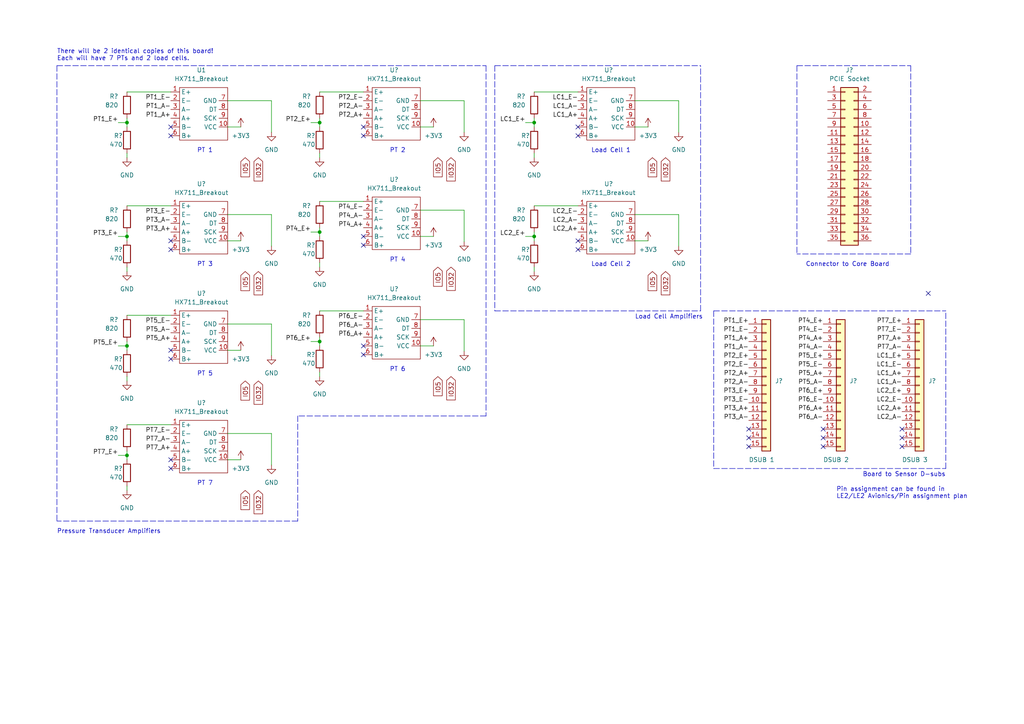
<source format=kicad_sch>
(kicad_sch (version 20211123) (generator eeschema)
  (paper "A4")
  (lib_symbols
    (symbol "Connector_Generic:Conn_01x15" (pin_names (offset 1.016) hide)
      (property "Reference" "J" (at 0 20.32 0))
      (property "Value" "Conn_01x15" (at 0 -20.32 0))
      (symbol "Conn_01x15_1_1"
        (rectangle (start -1.27 -17.653) (end 0 -17.907) (stroke (width 0.1524)))
        (rectangle (start -1.27 -15.113) (end 0 -15.367) (stroke (width 0.1524)))
        (rectangle (start -1.27 -12.573) (end 0 -12.827) (stroke (width 0.1524)))
        (rectangle (start -1.27 -10.033) (end 0 -10.287) (stroke (width 0.1524)))
        (rectangle (start -1.27 -7.493) (end 0 -7.747) (stroke (width 0.1524)))
        (rectangle (start -1.27 -4.953) (end 0 -5.207) (stroke (width 0.1524)))
        (rectangle (start -1.27 -2.413) (end 0 -2.667) (stroke (width 0.1524)))
        (rectangle (start -1.27 0.127) (end 0 -0.127) (stroke (width 0.1524)))
        (rectangle (start -1.27 2.667) (end 0 2.413) (stroke (width 0.1524)))
        (rectangle (start -1.27 5.207) (end 0 4.953) (stroke (width 0.1524)))
        (rectangle (start -1.27 7.747) (end 0 7.493) (stroke (width 0.1524)))
        (rectangle (start -1.27 10.287) (end 0 10.033) (stroke (width 0.1524)))
        (rectangle (start -1.27 12.827) (end 0 12.573) (stroke (width 0.1524)))
        (rectangle (start -1.27 15.367) (end 0 15.113) (stroke (width 0.1524)))
        (rectangle (start -1.27 17.907) (end 0 17.653) (stroke (width 0.1524)))
        (rectangle (start -1.27 19.05) (end 1.27 -19.05) (stroke (width 0.254)) (fill (type background)))
        (pin passive line (at -5.08 17.78 0) (length 3.81) (name "Pin_1") (number "1"))
        (pin passive line (at -5.08 -5.08 0) (length 3.81) (name "Pin_10") (number "10"))
        (pin passive line (at -5.08 -7.62 0) (length 3.81) (name "Pin_11") (number "11"))
        (pin passive line (at -5.08 -10.16 0) (length 3.81) (name "Pin_12") (number "12"))
        (pin passive line (at -5.08 -12.7 0) (length 3.81) (name "Pin_13") (number "13"))
        (pin passive line (at -5.08 -15.24 0) (length 3.81) (name "Pin_14") (number "14"))
        (pin passive line (at -5.08 -17.78 0) (length 3.81) (name "Pin_15") (number "15"))
        (pin passive line (at -5.08 15.24 0) (length 3.81) (name "Pin_2") (number "2"))
        (pin passive line (at -5.08 12.7 0) (length 3.81) (name "Pin_3") (number "3"))
        (pin passive line (at -5.08 10.16 0) (length 3.81) (name "Pin_4") (number "4"))
        (pin passive line (at -5.08 7.62 0) (length 3.81) (name "Pin_5") (number "5"))
        (pin passive line (at -5.08 5.08 0) (length 3.81) (name "Pin_6") (number "6"))
        (pin passive line (at -5.08 2.54 0) (length 3.81) (name "Pin_7") (number "7"))
        (pin passive line (at -5.08 0 0) (length 3.81) (name "Pin_8") (number "8"))
        (pin passive line (at -5.08 -2.54 0) (length 3.81) (name "Pin_9") (number "9"))
      )
    )
    (symbol "Connector_Generic:Conn_02x18_Odd_Even" (pin_names (offset 1.016) hide)
      (property "Reference" "J" (at 1.27 22.86 0))
      (property "Value" "Conn_02x18_Odd_Even" (at 1.27 -25.4 0))
      (symbol "Conn_02x18_Odd_Even_1_1"
        (rectangle (start -1.27 -22.733) (end 0 -22.987) (stroke (width 0.1524)))
        (rectangle (start -1.27 -20.193) (end 0 -20.447) (stroke (width 0.1524)))
        (rectangle (start -1.27 -17.653) (end 0 -17.907) (stroke (width 0.1524)))
        (rectangle (start -1.27 -15.113) (end 0 -15.367) (stroke (width 0.1524)))
        (rectangle (start -1.27 -12.573) (end 0 -12.827) (stroke (width 0.1524)))
        (rectangle (start -1.27 -10.033) (end 0 -10.287) (stroke (width 0.1524)))
        (rectangle (start -1.27 -7.493) (end 0 -7.747) (stroke (width 0.1524)))
        (rectangle (start -1.27 -4.953) (end 0 -5.207) (stroke (width 0.1524)))
        (rectangle (start -1.27 -2.413) (end 0 -2.667) (stroke (width 0.1524)))
        (rectangle (start -1.27 0.127) (end 0 -0.127) (stroke (width 0.1524)))
        (rectangle (start -1.27 2.667) (end 0 2.413) (stroke (width 0.1524)))
        (rectangle (start -1.27 5.207) (end 0 4.953) (stroke (width 0.1524)))
        (rectangle (start -1.27 7.747) (end 0 7.493) (stroke (width 0.1524)))
        (rectangle (start -1.27 10.287) (end 0 10.033) (stroke (width 0.1524)))
        (rectangle (start -1.27 12.827) (end 0 12.573) (stroke (width 0.1524)))
        (rectangle (start -1.27 15.367) (end 0 15.113) (stroke (width 0.1524)))
        (rectangle (start -1.27 17.907) (end 0 17.653) (stroke (width 0.1524)))
        (rectangle (start -1.27 20.447) (end 0 20.193) (stroke (width 0.1524)))
        (rectangle (start -1.27 21.59) (end 3.81 -24.13) (stroke (width 0.254)) (fill (type background)))
        (rectangle (start 3.81 -22.733) (end 2.54 -22.987) (stroke (width 0.1524)))
        (rectangle (start 3.81 -20.193) (end 2.54 -20.447) (stroke (width 0.1524)))
        (rectangle (start 3.81 -17.653) (end 2.54 -17.907) (stroke (width 0.1524)))
        (rectangle (start 3.81 -15.113) (end 2.54 -15.367) (stroke (width 0.1524)))
        (rectangle (start 3.81 -12.573) (end 2.54 -12.827) (stroke (width 0.1524)))
        (rectangle (start 3.81 -10.033) (end 2.54 -10.287) (stroke (width 0.1524)))
        (rectangle (start 3.81 -7.493) (end 2.54 -7.747) (stroke (width 0.1524)))
        (rectangle (start 3.81 -4.953) (end 2.54 -5.207) (stroke (width 0.1524)))
        (rectangle (start 3.81 -2.413) (end 2.54 -2.667) (stroke (width 0.1524)))
        (rectangle (start 3.81 0.127) (end 2.54 -0.127) (stroke (width 0.1524)))
        (rectangle (start 3.81 2.667) (end 2.54 2.413) (stroke (width 0.1524)))
        (rectangle (start 3.81 5.207) (end 2.54 4.953) (stroke (width 0.1524)))
        (rectangle (start 3.81 7.747) (end 2.54 7.493) (stroke (width 0.1524)))
        (rectangle (start 3.81 10.287) (end 2.54 10.033) (stroke (width 0.1524)))
        (rectangle (start 3.81 12.827) (end 2.54 12.573) (stroke (width 0.1524)))
        (rectangle (start 3.81 15.367) (end 2.54 15.113) (stroke (width 0.1524)))
        (rectangle (start 3.81 17.907) (end 2.54 17.653) (stroke (width 0.1524)))
        (rectangle (start 3.81 20.447) (end 2.54 20.193) (stroke (width 0.1524)))
        (pin passive line (at -5.08 20.32 0) (length 3.81) (name "Pin_1") (number "1"))
        (pin passive line (at 7.62 10.16 180) (length 3.81) (name "Pin_10") (number "10"))
        (pin passive line (at -5.08 7.62 0) (length 3.81) (name "Pin_11") (number "11"))
        (pin passive line (at 7.62 7.62 180) (length 3.81) (name "Pin_12") (number "12"))
        (pin passive line (at -5.08 5.08 0) (length 3.81) (name "Pin_13") (number "13"))
        (pin passive line (at 7.62 5.08 180) (length 3.81) (name "Pin_14") (number "14"))
        (pin passive line (at -5.08 2.54 0) (length 3.81) (name "Pin_15") (number "15"))
        (pin passive line (at 7.62 2.54 180) (length 3.81) (name "Pin_16") (number "16"))
        (pin passive line (at -5.08 0 0) (length 3.81) (name "Pin_17") (number "17"))
        (pin passive line (at 7.62 0 180) (length 3.81) (name "Pin_18") (number "18"))
        (pin passive line (at -5.08 -2.54 0) (length 3.81) (name "Pin_19") (number "19"))
        (pin passive line (at 7.62 20.32 180) (length 3.81) (name "Pin_2") (number "2"))
        (pin passive line (at 7.62 -2.54 180) (length 3.81) (name "Pin_20") (number "20"))
        (pin passive line (at -5.08 -5.08 0) (length 3.81) (name "Pin_21") (number "21"))
        (pin passive line (at 7.62 -5.08 180) (length 3.81) (name "Pin_22") (number "22"))
        (pin passive line (at -5.08 -7.62 0) (length 3.81) (name "Pin_23") (number "23"))
        (pin passive line (at 7.62 -7.62 180) (length 3.81) (name "Pin_24") (number "24"))
        (pin passive line (at -5.08 -10.16 0) (length 3.81) (name "Pin_25") (number "25"))
        (pin passive line (at 7.62 -10.16 180) (length 3.81) (name "Pin_26") (number "26"))
        (pin passive line (at -5.08 -12.7 0) (length 3.81) (name "Pin_27") (number "27"))
        (pin passive line (at 7.62 -12.7 180) (length 3.81) (name "Pin_28") (number "28"))
        (pin passive line (at -5.08 -15.24 0) (length 3.81) (name "Pin_29") (number "29"))
        (pin passive line (at -5.08 17.78 0) (length 3.81) (name "Pin_3") (number "3"))
        (pin passive line (at 7.62 -15.24 180) (length 3.81) (name "Pin_30") (number "30"))
        (pin passive line (at -5.08 -17.78 0) (length 3.81) (name "Pin_31") (number "31"))
        (pin passive line (at 7.62 -17.78 180) (length 3.81) (name "Pin_32") (number "32"))
        (pin passive line (at -5.08 -20.32 0) (length 3.81) (name "Pin_33") (number "33"))
        (pin passive line (at 7.62 -20.32 180) (length 3.81) (name "Pin_34") (number "34"))
        (pin passive line (at -5.08 -22.86 0) (length 3.81) (name "Pin_35") (number "35"))
        (pin passive line (at 7.62 -22.86 180) (length 3.81) (name "Pin_36") (number "36"))
        (pin passive line (at 7.62 17.78 180) (length 3.81) (name "Pin_4") (number "4"))
        (pin passive line (at -5.08 15.24 0) (length 3.81) (name "Pin_5") (number "5"))
        (pin passive line (at 7.62 15.24 180) (length 3.81) (name "Pin_6") (number "6"))
        (pin passive line (at -5.08 12.7 0) (length 3.81) (name "Pin_7") (number "7"))
        (pin passive line (at 7.62 12.7 180) (length 3.81) (name "Pin_8") (number "8"))
        (pin passive line (at -5.08 10.16 0) (length 3.81) (name "Pin_9") (number "9"))
      )
    )
    (symbol "Device:R" (pin_numbers hide) (pin_names (offset 0))
      (property "Reference" "R" (at 2.032 0 90))
      (property "Value" "R" (at 0 0 90))
      (symbol "R_0_1"
        (rectangle (start -1.016 -2.54) (end 1.016 2.54) (stroke (width 0.254)))
      )
      (symbol "R_1_1"
        (pin passive line (at 0 3.81 270) (length 1.27) (name "~") (number "1"))
        (pin passive line (at 0 -3.81 90) (length 1.27) (name "~") (number "2"))
      )
    )
    (symbol "HX711_Breakout_1"
      (property "Reference" "U" (at -1.27 -5.08 0))
      (property "Value" "HX711_Breakout_1" (at -1.27 -7.62 0))
      (symbol "HX711_Breakout_1_0_1"
        (rectangle (start -8.89 11.43) (end 5.08 -3.81))
      )
      (symbol "HX711_Breakout_1_1_1"
        (pin output line (at -11.43 10.16 0) (length 2.54) (name "E+") (number "1"))
        (pin input line (at 5.08 0 180) (length 2.54) (name "VCC") (number "10"))
        (pin output line (at -11.43 7.62 0) (length 2.54) (name "E-") (number "2"))
        (pin output line (at -11.43 5.08 0) (length 2.54) (name "A-") (number "3"))
        (pin output line (at -11.43 2.54 0) (length 2.54) (name "A+") (number "4"))
        (pin output line (at -11.43 0 0) (length 2.54) (name "B-") (number "5"))
        (pin output line (at -11.43 -2.54 0) (length 2.54) (name "B+") (number "6"))
        (pin input line (at 5.08 7.62 180) (length 2.54) (name "GND") (number "7"))
        (pin input line (at 5.08 5.08 180) (length 2.54) (name "DT") (number "8"))
        (pin input line (at 5.08 2.54 180) (length 2.54) (name "SCK") (number "9"))
      )
    )
    (symbol "power:+3.3V" (power) (pin_names (offset 0))
      (property "Value" "+3.3V" (at 0 3.556 0))
      (symbol "+3.3V_0_1"
        (polyline (pts (xy -0.762 1.27) (xy 0 2.54)))
        (polyline (pts (xy 0 0) (xy 0 2.54)))
        (polyline (pts (xy 0 2.54) (xy 0.762 1.27)))
      )
      (symbol "+3.3V_1_1"
        (pin power_in line (at 0 0 90) (length 0) hide (name "+3V3") (number "1"))
      )
    )
    (symbol "power:GND" (power) (pin_names (offset 0))
      (property "Value" "GND" (at 0 -3.81 0))
      (symbol "GND_0_1"
        (polyline (pts (xy 0 0) (xy 0 -1.27) (xy 1.27 -1.27) (xy 0 -2.54) (xy -1.27 -1.27) (xy 0 -1.27)))
      )
      (symbol "GND_1_1"
        (pin power_in line (at 0 0 270) (length 0) hide (name "GND") (number "1"))
      )
    )
  )
  (junction (at 36.83 35.56))
  (junction (at 154.94 68.58))
  (junction (at 92.71 99.06))
  (junction (at 36.83 100.33))
  (junction (at 36.83 132.08))
  (junction (at 36.83 68.58))
  (junction (at 92.71 67.31))
  (junction (at 92.71 35.56))
  (junction (at 154.94 35.56))
  (no_connect (at 269.24 85.09))
  (no_connect (at 217.17 127))
  (no_connect (at 238.76 129.54))
  (no_connect (at 261.62 129.54))
  (no_connect (at 238.76 124.46))
  (no_connect (at 238.76 127))
  (no_connect (at 261.62 124.46))
  (no_connect (at 261.62 127))
  (no_connect (at 217.17 124.46))
  (no_connect (at 217.17 129.54))
  (no_connect (at 105.41 36.83))
  (no_connect (at 105.41 39.37))
  (no_connect (at 49.53 101.6))
  (no_connect (at 49.53 72.39))
  (no_connect (at 49.53 104.14))
  (no_connect (at 49.53 36.83))
  (no_connect (at 105.41 71.12))
  (no_connect (at 105.41 68.58))
  (no_connect (at 167.64 72.39))
  (no_connect (at 49.53 39.37))
  (no_connect (at 49.53 135.89))
  (no_connect (at 167.64 39.37))
  (no_connect (at 167.64 69.85))
  (no_connect (at 49.53 133.35))
  (no_connect (at 105.41 100.33))
  (no_connect (at 105.41 102.87))
  (no_connect (at 167.64 36.83))
  (no_connect (at 49.53 69.85))
  (wire (pts (xy 36.83 132.08) (xy 36.83 133.35)))
  (polyline (pts (xy 207.01 90.17) (xy 274.32 90.17)))
  (wire (pts (xy 49.53 91.44) (xy 36.83 91.44)))
  (wire (pts (xy 66.04 62.23) (xy 78.74 62.23)))
  (polyline (pts (xy 203.2 90.17) (xy 203.2 19.05)))
  (polyline (pts (xy 140.97 120.65) (xy 86.36 120.65)))
  (wire (pts (xy 152.4 68.58) (xy 154.94 68.58)))
  (wire (pts (xy 49.53 123.19) (xy 36.83 123.19)))
  (wire (pts (xy 196.85 29.21) (xy 196.85 38.354)))
  (wire (pts (xy 184.15 69.85) (xy 187.96 69.85)))
  (polyline (pts (xy 16.51 19.05) (xy 140.97 19.05)))
  (wire (pts (xy 196.85 62.23) (xy 196.85 71.374)))
  (polyline (pts (xy 274.32 135.89) (xy 274.32 90.17)))
  (wire (pts (xy 92.71 99.06) (xy 92.71 100.33)))
  (wire (pts (xy 121.92 60.96) (xy 134.62 60.96)))
  (polyline (pts (xy 86.36 151.13) (xy 16.51 151.13)))
  (wire (pts (xy 134.62 92.71) (xy 134.62 101.854)))
  (polyline (pts (xy 231.14 19.05) (xy 264.16 19.05)))
  (wire (pts (xy 78.74 93.98) (xy 78.74 103.124)))
  (wire (pts (xy 92.71 34.29) (xy 92.71 35.56)))
  (wire (pts (xy 36.83 34.29) (xy 36.83 35.56)))
  (wire (pts (xy 154.94 34.29) (xy 154.94 35.56)))
  (wire (pts (xy 121.92 92.71) (xy 134.62 92.71)))
  (wire (pts (xy 154.94 77.47) (xy 154.94 78.74)))
  (wire (pts (xy 121.92 100.33) (xy 125.73 100.33)))
  (wire (pts (xy 184.15 36.83) (xy 187.96 36.83)))
  (polyline (pts (xy 143.51 19.05) (xy 143.51 90.17)))
  (wire (pts (xy 134.62 29.21) (xy 134.62 38.354)))
  (wire (pts (xy 105.41 58.42) (xy 92.71 58.42)))
  (wire (pts (xy 121.92 36.83) (xy 125.73 36.83)))
  (wire (pts (xy 34.29 100.33) (xy 36.83 100.33)))
  (polyline (pts (xy 264.16 73.66) (xy 231.14 73.66)))
  (wire (pts (xy 90.17 99.06) (xy 92.71 99.06)))
  (wire (pts (xy 92.71 67.31) (xy 92.71 68.58)))
  (wire (pts (xy 36.83 100.33) (xy 36.83 101.6)))
  (polyline (pts (xy 264.16 19.05) (xy 264.16 73.66)))
  (wire (pts (xy 92.71 44.45) (xy 92.71 45.72)))
  (wire (pts (xy 36.83 130.81) (xy 36.83 132.08)))
  (wire (pts (xy 36.83 77.47) (xy 36.83 78.74)))
  (wire (pts (xy 154.94 35.56) (xy 154.94 36.83)))
  (wire (pts (xy 66.04 69.85) (xy 69.85 69.85)))
  (wire (pts (xy 49.53 26.67) (xy 36.83 26.67)))
  (polyline (pts (xy 86.36 120.65) (xy 86.36 151.13)))
  (wire (pts (xy 66.04 133.35) (xy 69.85 133.35)))
  (wire (pts (xy 66.04 125.73) (xy 78.74 125.73)))
  (wire (pts (xy 36.83 109.22) (xy 36.83 110.49)))
  (wire (pts (xy 36.83 68.58) (xy 36.83 69.85)))
  (wire (pts (xy 49.53 59.69) (xy 36.83 59.69)))
  (wire (pts (xy 34.29 132.08) (xy 36.83 132.08)))
  (wire (pts (xy 105.41 90.17) (xy 92.71 90.17)))
  (polyline (pts (xy 207.01 90.17) (xy 207.01 135.89)))
  (wire (pts (xy 167.64 59.69) (xy 154.94 59.69)))
  (wire (pts (xy 92.71 107.95) (xy 92.71 109.22)))
  (wire (pts (xy 154.94 44.45) (xy 154.94 45.72)))
  (wire (pts (xy 66.04 101.6) (xy 69.85 101.6)))
  (wire (pts (xy 78.74 29.21) (xy 78.74 38.354)))
  (polyline (pts (xy 143.51 19.05) (xy 203.2 19.05)))
  (wire (pts (xy 36.83 44.45) (xy 36.83 45.72)))
  (wire (pts (xy 66.04 93.98) (xy 78.74 93.98)))
  (polyline (pts (xy 16.51 19.05) (xy 16.51 151.13)))
  (wire (pts (xy 36.83 67.31) (xy 36.83 68.58)))
  (wire (pts (xy 90.17 67.31) (xy 92.71 67.31)))
  (wire (pts (xy 184.15 29.21) (xy 196.85 29.21)))
  (wire (pts (xy 78.74 62.23) (xy 78.74 71.374)))
  (wire (pts (xy 36.83 99.06) (xy 36.83 100.33)))
  (wire (pts (xy 92.71 97.79) (xy 92.71 99.06)))
  (wire (pts (xy 34.29 68.58) (xy 36.83 68.58)))
  (wire (pts (xy 121.92 29.21) (xy 134.62 29.21)))
  (wire (pts (xy 152.4 35.56) (xy 154.94 35.56)))
  (wire (pts (xy 167.64 26.67) (xy 154.94 26.67)))
  (wire (pts (xy 36.83 140.97) (xy 36.83 142.24)))
  (wire (pts (xy 34.29 35.56) (xy 36.83 35.56)))
  (wire (pts (xy 184.15 62.23) (xy 196.85 62.23)))
  (wire (pts (xy 66.04 36.83) (xy 69.85 36.83)))
  (polyline (pts (xy 207.01 135.89) (xy 274.32 135.89)))
  (polyline (pts (xy 143.51 90.17) (xy 203.2 90.17)))
  (wire (pts (xy 36.83 35.56) (xy 36.83 36.83)))
  (wire (pts (xy 78.74 125.73) (xy 78.74 134.874)))
  (wire (pts (xy 92.71 66.04) (xy 92.71 67.31)))
  (wire (pts (xy 134.62 60.96) (xy 134.62 70.104)))
  (wire (pts (xy 92.71 76.2) (xy 92.71 77.47)))
  (polyline (pts (xy 231.14 19.05) (xy 231.14 73.66)))
  (wire (pts (xy 66.04 29.21) (xy 78.74 29.21)))
  (wire (pts (xy 105.41 26.67) (xy 92.71 26.67)))
  (wire (pts (xy 92.71 35.56) (xy 92.71 36.83)))
  (wire (pts (xy 121.92 68.58) (xy 125.73 68.58)))
  (polyline (pts (xy 140.97 19.05) (xy 140.97 120.65)))
  (wire (pts (xy 154.94 67.31) (xy 154.94 68.58)))
  (wire (pts (xy 90.17 35.56) (xy 92.71 35.56)))
  (wire (pts (xy 154.94 68.58) (xy 154.94 69.85)))
  (text "There will be 2 identical copies of this board!\nEach will have 7 PTs and 2 load cells." (at 16.51 17.78 0) (effects (font (size 1.27 1.27)) (justify left bottom)))
  (text "Pressure Transducer Amplifiers" (at 16.51 154.94 0) (effects (font (size 1.27 1.27)) (justify left bottom)))
  (text "PT 4\n" (at 113.03 76.2 0) (effects (font (size 1.27 1.27)) (justify left bottom)))
  (text "Connector to Core Board" (at 233.68 77.47 0) (effects (font (size 1.27 1.27)) (justify left bottom)))
  (text "Load Cell 2\n" (at 171.45 77.47 0) (effects (font (size 1.27 1.27)) (justify left bottom)))
  (text "Board to Sensor D-subs" (at 250.19 138.43 0) (effects (font (size 1.27 1.27)) (justify left bottom)))
  (text "PT 6\n" (at 113.03 107.95 0) (effects (font (size 1.27 1.27)) (justify left bottom)))
  (text "PT 7\n" (at 57.15 140.97 0) (effects (font (size 1.27 1.27)) (justify left bottom)))
  (text "PT 3\n" (at 57.15 77.47 0) (effects (font (size 1.27 1.27)) (justify left bottom)))
  (text "PT 2\n" (at 113.03 44.45 0) (effects (font (size 1.27 1.27)) (justify left bottom)))
  (text "Load Cell Amplifiers" (at 184.15 92.71 0) (effects (font (size 1.27 1.27)) (justify left bottom)))
  (text "PT 5\n" (at 57.15 109.22 0) (effects (font (size 1.27 1.27)) (justify left bottom)))
  (text "Pin assignment can be found in \nLE2/LE2 Avionics/Pin assignment plan" (at 242.57 144.78 0) (effects (font (size 1.27 1.27)) (justify left bottom)))
  (text "Load Cell 1" (at 171.45 44.45 0) (effects (font (size 1.27 1.27)) (justify left bottom)))
  (text "PT 1" (at 57.15 44.45 0) (effects (font (size 1.27 1.27)) (justify left bottom)))
  (label "PT6_A-" (at 238.76 121.92 180))
  (label "PT3_A+" (at 49.53 67.31 180))
  (label "PT3_E-" (at 217.17 116.84 180))
  (label "PT1_E-" (at 49.53 29.21 180))
  (label "PT7_E-" (at 49.53 125.73 180))
  (label "PT5_A+" (at 49.53 99.06 180))
  (label "LC2_A-" (at 261.62 121.92 180))
  (label "LC1_A+" (at 167.64 34.29 180))
  (label "PT3_E-" (at 49.53 62.23 180))
  (label "PT7_E+" (at 34.29 132.08 180))
  (label "PT1_E+" (at 217.17 93.98 180))
  (label "LC1_E+" (at 261.62 104.14 180))
  (label "PT1_E+" (at 34.29 35.56 180))
  (label "PT7_A+" (at 49.53 130.81 180))
  (label "PT2_A-" (at 217.17 111.76 180))
  (label "PT1_A+" (at 217.17 99.06 180))
  (label "PT3_E+" (at 34.29 68.58 180))
  (label "LC2_A+" (at 167.64 67.31 180))
  (label "LC2_A+" (at 261.62 119.38 180))
  (label "PT5_E+" (at 34.29 100.33 180))
  (label "PT4_E-" (at 105.41 60.96 180))
  (label "LC1_A+" (at 261.62 109.22 180))
  (label "PT2_A-" (at 105.41 31.75 180))
  (label "LC2_A-" (at 167.64 64.77 180))
  (label "PT3_A-" (at 49.53 64.77 180))
  (label "PT7_E-" (at 261.62 96.52 180))
  (label "PT6_E-" (at 105.41 92.71 180))
  (label "LC1_E-" (at 167.64 29.21 180))
  (label "PT2_E-" (at 217.17 106.68 180))
  (label "PT1_A-" (at 49.53 31.75 180))
  (label "PT1_E-" (at 217.17 96.52 180))
  (label "LC2_E-" (at 261.62 116.84 180))
  (label "PT5_E-" (at 49.53 93.98 180))
  (label "PT1_A+" (at 49.53 34.29 180))
  (label "LC2_E-" (at 167.64 62.23 180))
  (label "PT6_E+" (at 90.17 99.06 180))
  (label "PT4_E-" (at 238.76 96.52 180))
  (label "LC1_E-" (at 261.62 106.68 180))
  (label "PT5_E+" (at 238.76 104.14 180))
  (label "PT6_E+" (at 238.76 114.3 180))
  (label "PT3_A+" (at 217.17 119.38 180))
  (label "LC2_E+" (at 152.4 68.58 180))
  (label "LC1_A-" (at 167.64 31.75 180))
  (label "PT4_E+" (at 90.17 67.31 180))
  (label "PT6_E-" (at 238.76 116.84 180))
  (label "PT6_A+" (at 105.41 97.79 180))
  (label "PT4_A+" (at 105.41 66.04 180))
  (label "PT2_A+" (at 217.17 109.22 180))
  (label "PT3_A-" (at 217.17 121.92 180))
  (label "PT1_A-" (at 217.17 101.6 180))
  (label "PT7_A+" (at 261.62 99.06 180))
  (label "PT5_A-" (at 49.53 96.52 180))
  (label "PT6_A+" (at 238.76 119.38 180))
  (label "PT5_E-" (at 238.76 106.68 180))
  (label "PT7_A-" (at 49.53 128.27 180))
  (label "PT4_A-" (at 105.41 63.5 180))
  (label "PT5_A+" (at 238.76 109.22 180))
  (label "PT4_A+" (at 238.76 99.06 180))
  (label "PT2_E+" (at 217.17 104.14 180))
  (label "PT2_A+" (at 105.41 34.29 180))
  (label "PT7_A-" (at 261.62 101.6 180))
  (label "PT5_A-" (at 238.76 111.76 180))
  (label "PT4_A-" (at 238.76 101.6 180))
  (label "PT7_E+" (at 261.62 93.98 180))
  (label "PT2_E+" (at 90.17 35.56 180))
  (label "PT2_E-" (at 105.41 29.21 180))
  (label "PT4_E+" (at 238.76 93.98 180))
  (label "LC1_E+" (at 152.4 35.56 180))
  (label "PT3_E+" (at 217.17 114.3 180))
  (label "LC2_E+" (at 261.62 114.3 180))
  (label "PT6_A-" (at 105.41 95.25 180))
  (label "LC1_A-" (at 261.62 111.76 180))
  (global_label "IO32" (shape input) (at 193.04 78.74 270) (property "Intersheet References" "${INTERSHEET_REFS}" (effects hide)))
  (global_label "IO5" (shape input) (at 189.23 78.74 270) (property "Intersheet References" "${INTERSHEET_REFS}" (effects hide)))
  (global_label "IO5" (shape input) (at 127 45.72 270) (property "Intersheet References" "${INTERSHEET_REFS}" (effects hide)))
  (global_label "IO32" (shape input) (at 74.93 142.24 270) (property "Intersheet References" "${INTERSHEET_REFS}" (effects hide)))
  (global_label "IO32" (shape input) (at 74.93 78.74 270) (property "Intersheet References" "${INTERSHEET_REFS}" (effects hide)))
  (global_label "IO32" (shape input) (at 130.81 109.22 270) (property "Intersheet References" "${INTERSHEET_REFS}" (effects hide)))
  (global_label "IO5" (shape input) (at 71.12 45.72 270) (property "Intersheet References" "${INTERSHEET_REFS}" (effects hide)))
  (global_label "IO5" (shape input) (at 127 109.22 270) (property "Intersheet References" "${INTERSHEET_REFS}" (effects hide)))
  (global_label "IO5" (shape input) (at 71.12 110.49 270) (property "Intersheet References" "${INTERSHEET_REFS}" (effects hide)))
  (global_label "IO32" (shape input) (at 74.93 110.49 270) (property "Intersheet References" "${INTERSHEET_REFS}" (effects hide)))
  (global_label "IO5" (shape input) (at 189.23 45.72 270) (property "Intersheet References" "${INTERSHEET_REFS}" (effects hide)))
  (global_label "IO32" (shape input) (at 74.93 45.72 270) (property "Intersheet References" "${INTERSHEET_REFS}" (effects hide)))
  (global_label "IO32" (shape input) (at 130.81 45.72 270) (property "Intersheet References" "${INTERSHEET_REFS}" (effects hide)))
  (global_label "IO5" (shape input) (at 127 77.47 270) (property "Intersheet References" "${INTERSHEET_REFS}" (effects hide)))
  (global_label "IO32" (shape input) (at 130.81 77.47 270) (property "Intersheet References" "${INTERSHEET_REFS}" (effects hide)))
  (global_label "IO5" (shape input) (at 71.12 78.74 270) (property "Intersheet References" "${INTERSHEET_REFS}" (effects hide)))
  (global_label "IO32" (shape input) (at 193.04 45.72 270) (property "Intersheet References" "${INTERSHEET_REFS}" (effects hide)))
  (global_label "IO5" (shape input) (at 71.12 142.24 270) (property "Intersheet References" "${INTERSHEET_REFS}" (effects hide)))
  (symbol (lib_id "power:+3.3V") (at 125.73 68.58 0) (unit 1)
    (property "Reference" "#PWR?" (effects hide))
    (property "Value" "+3.3V" (at 125.73 71.12 0))
  )
  (symbol (lib_id "Device:R") (at 36.83 127 180) (unit 1)
    (property "Reference" "R?" (at 31.75 124.46 0) (effects (justify right)))
    (property "Value" "820" (at 30.48 127 0) (effects (justify right)))
    (property "Footprint" "Resistor_SMD:R_1206_3216Metric" (effects hide))
  )
  (symbol (lib_name "HX711_Breakout_1") (lib_id "ELLIE_Symbol_Library:HX711_Breakout") (at 60.96 69.85 0) (unit 1)
    (property "Reference" "U?" (at 58.42 53.34 0))
    (property "Value" "HX711_Breakout" (at 58.42 55.88 0))
    (property "Footprint" "Ellie_Project_Footprints:HX711_Breakout_Board" (effects hide))
  )
  (symbol (lib_id "power:+3.3V") (at 125.73 100.33 0) (unit 1)
    (property "Reference" "#PWR?" (effects hide))
    (property "Value" "+3.3V" (at 125.73 102.87 0))
  )
  (symbol (lib_id "power:GND") (at 196.85 38.354 0) (unit 1)
    (property "Reference" "#PWR?" (effects hide))
    (property "Value" "GND" (at 196.85 43.434 0))
  )
  (symbol (lib_id "power:GND") (at 78.74 103.124 0) (unit 1)
    (property "Reference" "#PWR?" (effects hide))
    (property "Value" "GND" (at 78.74 108.204 0))
  )
  (symbol (lib_id "Device:R") (at 92.71 40.64 180) (unit 1)
    (property "Reference" "R?" (at 88.9 39.37 0) (effects (justify right)))
    (property "Value" "470" (at 87.63 41.91 0) (effects (justify right)))
    (property "Footprint" "Resistor_SMD:R_1206_3216Metric" (effects hide))
  )
  (symbol (lib_id "Device:R") (at 92.71 72.39 180) (unit 1)
    (property "Reference" "R?" (at 88.9 71.12 0) (effects (justify right)))
    (property "Value" "470" (at 87.63 73.66 0) (effects (justify right)))
    (property "Footprint" "Resistor_SMD:R_1206_3216Metric" (effects hide))
  )
  (symbol (lib_id "Device:R") (at 36.83 95.25 180) (unit 1)
    (property "Reference" "R?" (at 31.75 92.71 0) (effects (justify right)))
    (property "Value" "820" (at 30.48 95.25 0) (effects (justify right)))
    (property "Footprint" "Resistor_SMD:R_1206_3216Metric" (effects hide))
  )
  (symbol (lib_id "power:GND") (at 134.62 101.854 0) (unit 1)
    (property "Reference" "#PWR?" (effects hide))
    (property "Value" "GND" (at 134.62 106.934 0))
  )
  (symbol (lib_id "power:GND") (at 134.62 38.354 0) (unit 1)
    (property "Reference" "#PWR?" (effects hide))
    (property "Value" "GND" (at 134.62 43.434 0))
  )
  (symbol (lib_name "HX711_Breakout_1") (lib_id "ELLIE_Symbol_Library:HX711_Breakout") (at 116.84 36.83 0) (unit 1)
    (property "Reference" "U?" (at 114.3 20.32 0))
    (property "Value" "HX711_Breakout" (at 114.3 22.86 0))
    (property "Footprint" "Ellie_Project_Footprints:HX711_Breakout_Board" (effects hide))
  )
  (symbol (lib_id "Connector_Generic:Conn_01x15") (at 243.84 111.76 0) (unit 1)
    (property "Reference" "J?" (at 246.38 110.4899 0) (effects (justify left)))
    (property "Value" "DSUB 2" (at 238.76 133.35 0) (effects (justify left)))
  )
  (symbol (lib_name "HX711_Breakout_1") (lib_id "ELLIE_Symbol_Library:HX711_Breakout") (at 116.84 100.33 0) (unit 1)
    (property "Reference" "U?" (at 114.3 83.82 0))
    (property "Value" "HX711_Breakout" (at 114.3 86.36 0))
    (property "Footprint" "Ellie_Project_Footprints:HX711_Breakout_Board" (effects hide))
  )
  (symbol (lib_id "Device:R") (at 92.71 30.48 180) (unit 1)
    (property "Reference" "R?" (at 87.63 27.94 0) (effects (justify right)))
    (property "Value" "820" (at 86.36 30.48 0) (effects (justify right)))
    (property "Footprint" "Resistor_SMD:R_1206_3216Metric" (effects hide))
  )
  (symbol (lib_id "power:+3.3V") (at 187.96 69.85 0) (unit 1)
    (property "Reference" "#PWR?" (effects hide))
    (property "Value" "+3.3V" (at 187.96 72.39 0))
  )
  (symbol (lib_id "power:GND") (at 134.62 70.104 0) (unit 1)
    (property "Reference" "#PWR?" (effects hide))
    (property "Value" "GND" (at 134.62 75.184 0))
  )
  (symbol (lib_id "Device:R") (at 36.83 137.16 180) (unit 1)
    (property "Reference" "R?" (at 33.02 135.89 0) (effects (justify right)))
    (property "Value" "470" (at 31.75 138.43 0) (effects (justify right)))
    (property "Footprint" "Resistor_SMD:R_1206_3216Metric" (effects hide))
  )
  (symbol (lib_name "HX711_Breakout_1") (lib_id "ELLIE_Symbol_Library:HX711_Breakout") (at 60.96 101.6 0) (unit 1)
    (property "Reference" "U?" (at 58.42 85.09 0))
    (property "Value" "HX711_Breakout" (at 58.42 87.63 0))
    (property "Footprint" "Ellie_Project_Footprints:HX711_Breakout_Board" (effects hide))
  )
  (symbol (lib_id "Device:R") (at 92.71 104.14 180) (unit 1)
    (property "Reference" "R?" (at 88.9 102.87 0) (effects (justify right)))
    (property "Value" "470" (at 87.63 105.41 0) (effects (justify right)))
    (property "Footprint" "Resistor_SMD:R_1206_3216Metric" (effects hide))
  )
  (symbol (lib_id "power:GND") (at 78.74 38.354 0) (unit 1)
    (property "Reference" "#PWR05" (effects hide))
    (property "Value" "GND" (at 78.74 43.434 0))
  )
  (symbol (lib_id "power:GND") (at 36.83 142.24 0) (unit 1)
    (property "Reference" "#PWR?" (effects hide))
    (property "Value" "GND" (at 36.83 147.32 0))
  )
  (symbol (lib_id "power:+3.3V") (at 69.85 69.85 0) (unit 1)
    (property "Reference" "#PWR?" (effects hide))
    (property "Value" "+3.3V" (at 69.85 72.39 0))
  )
  (symbol (lib_id "power:GND") (at 78.74 134.874 0) (unit 1)
    (property "Reference" "#PWR?" (effects hide))
    (property "Value" "GND" (at 78.74 139.954 0))
  )
  (symbol (lib_id "power:GND") (at 154.94 78.74 0) (unit 1)
    (property "Reference" "#PWR?" (effects hide))
    (property "Value" "GND" (at 154.94 83.82 0))
  )
  (symbol (lib_name "HX711_Breakout_1") (lib_id "ELLIE_Symbol_Library:HX711_Breakout") (at 179.07 36.83 0) (unit 1)
    (property "Reference" "U?" (at 176.53 20.32 0))
    (property "Value" "HX711_Breakout" (at 176.53 22.86 0))
    (property "Footprint" "Ellie_Project_Footprints:HX711_Breakout_Board" (effects hide))
  )
  (symbol (lib_id "Device:R") (at 154.94 73.66 180) (unit 1)
    (property "Reference" "R?" (at 151.13 72.39 0) (effects (justify right)))
    (property "Value" "470" (at 149.86 74.93 0) (effects (justify right)))
    (property "Footprint" "Resistor_SMD:R_1206_3216Metric" (effects hide))
  )
  (symbol (lib_id "power:+3.3V") (at 69.85 101.6 0) (unit 1)
    (property "Reference" "#PWR?" (effects hide))
    (property "Value" "+3.3V" (at 69.85 104.14 0))
  )
  (symbol (lib_id "Connector_Generic:Conn_01x15") (at 222.25 111.76 0) (unit 1)
    (property "Reference" "J?" (at 224.79 110.4899 0) (effects (justify left)))
    (property "Value" "DSUB 1" (at 217.17 133.35 0) (effects (justify left)))
  )
  (symbol (lib_id "Connector_Generic:Conn_01x15") (at 266.7 111.76 0) (unit 1)
    (property "Reference" "J?" (at 269.24 110.4899 0) (effects (justify left)))
    (property "Value" "DSUB 3" (at 261.62 133.35 0) (effects (justify left)))
  )
  (symbol (lib_name "HX711_Breakout_1") (lib_id "ELLIE_Symbol_Library:HX711_Breakout") (at 60.96 36.83 0) (unit 1)
    (property "Reference" "U1" (at 58.42 20.32 0))
    (property "Value" "HX711_Breakout" (at 58.42 22.86 0))
    (property "Footprint" "Ellie_Project_Footprints:HX711_Breakout_Board" (effects hide))
  )
  (symbol (lib_id "power:+3.3V") (at 125.73 36.83 0) (unit 1)
    (property "Reference" "#PWR?" (effects hide))
    (property "Value" "+3.3V" (at 125.73 39.37 0))
  )
  (symbol (lib_id "Device:R") (at 154.94 63.5 180) (unit 1)
    (property "Reference" "R?" (at 149.86 60.96 0) (effects (justify right)))
    (property "Value" "820" (at 148.59 63.5 0) (effects (justify right)))
    (property "Footprint" "Resistor_SMD:R_1206_3216Metric" (effects hide))
  )
  (symbol (lib_id "power:GND") (at 154.94 45.72 0) (unit 1)
    (property "Reference" "#PWR?" (effects hide))
    (property "Value" "GND" (at 154.94 50.8 0))
  )
  (symbol (lib_id "power:GND") (at 36.83 110.49 0) (unit 1)
    (property "Reference" "#PWR?" (effects hide))
    (property "Value" "GND" (at 36.83 115.57 0))
  )
  (symbol (lib_id "Device:R") (at 92.71 62.23 180) (unit 1)
    (property "Reference" "R?" (at 87.63 59.69 0) (effects (justify right)))
    (property "Value" "820" (at 86.36 62.23 0) (effects (justify right)))
    (property "Footprint" "Resistor_SMD:R_1206_3216Metric" (effects hide))
  )
  (symbol (lib_id "power:GND") (at 36.83 78.74 0) (unit 1)
    (property "Reference" "#PWR?" (effects hide))
    (property "Value" "GND" (at 36.83 83.82 0))
  )
  (symbol (lib_name "HX711_Breakout_1") (lib_id "ELLIE_Symbol_Library:HX711_Breakout") (at 179.07 69.85 0) (unit 1)
    (property "Reference" "U?" (at 176.53 53.34 0))
    (property "Value" "HX711_Breakout" (at 176.53 55.88 0))
    (property "Footprint" "Ellie_Project_Footprints:HX711_Breakout_Board" (effects hide))
  )
  (symbol (lib_id "power:GND") (at 36.83 45.72 0) (unit 1)
    (property "Reference" "#PWR?" (effects hide))
    (property "Value" "GND" (at 36.83 50.8 0))
  )
  (symbol (lib_id "power:GND") (at 78.74 71.374 0) (unit 1)
    (property "Reference" "#PWR?" (effects hide))
    (property "Value" "GND" (at 78.74 76.454 0))
  )
  (symbol (lib_id "power:+3.3V") (at 187.96 36.83 0) (unit 1)
    (property "Reference" "#PWR?" (effects hide))
    (property "Value" "+3.3V" (at 187.96 39.37 0))
  )
  (symbol (lib_id "Connector_Generic:Conn_02x18_Odd_Even") (at 245.11 46.99 0) (unit 1)
    (property "Reference" "J?" (at 246.38 20.32 0))
    (property "Value" "PCIE Socket" (at 246.38 22.86 0))
  )
  (symbol (lib_id "Device:R") (at 36.83 105.41 180) (unit 1)
    (property "Reference" "R?" (at 33.02 104.14 0) (effects (justify right)))
    (property "Value" "470" (at 31.75 106.68 0) (effects (justify right)))
    (property "Footprint" "Resistor_SMD:R_1206_3216Metric" (effects hide))
  )
  (symbol (lib_id "Device:R") (at 36.83 73.66 180) (unit 1)
    (property "Reference" "R?" (at 33.02 72.39 0) (effects (justify right)))
    (property "Value" "470" (at 31.75 74.93 0) (effects (justify right)))
    (property "Footprint" "Resistor_SMD:R_1206_3216Metric" (effects hide))
  )
  (symbol (lib_id "power:GND") (at 92.71 45.72 0) (unit 1)
    (property "Reference" "#PWR?" (effects hide))
    (property "Value" "GND" (at 92.71 50.8 0))
  )
  (symbol (lib_id "Device:R") (at 36.83 40.64 180) (unit 1)
    (property "Reference" "R?" (at 33.02 39.37 0) (effects (justify right)))
    (property "Value" "470" (at 31.75 41.91 0) (effects (justify right)))
    (property "Footprint" "Resistor_SMD:R_1206_3216Metric" (effects hide))
  )
  (symbol (lib_id "Device:R") (at 154.94 30.48 180) (unit 1)
    (property "Reference" "R?" (at 149.86 27.94 0) (effects (justify right)))
    (property "Value" "820" (at 148.59 30.48 0) (effects (justify right)))
    (property "Footprint" "Resistor_SMD:R_1206_3216Metric" (effects hide))
  )
  (symbol (lib_id "power:GND") (at 196.85 71.374 0) (unit 1)
    (property "Reference" "#PWR?" (effects hide))
    (property "Value" "GND" (at 196.85 76.454 0))
  )
  (symbol (lib_id "power:GND") (at 92.71 77.47 0) (unit 1)
    (property "Reference" "#PWR?" (effects hide))
    (property "Value" "GND" (at 92.71 82.55 0))
  )
  (symbol (lib_id "Device:R") (at 36.83 30.48 180) (unit 1)
    (property "Reference" "R?" (at 31.75 27.94 0) (effects (justify right)))
    (property "Value" "820" (at 30.48 30.48 0) (effects (justify right)))
    (property "Footprint" "Resistor_SMD:R_1206_3216Metric" (effects hide))
  )
  (symbol (lib_name "HX711_Breakout_1") (lib_id "ELLIE_Symbol_Library:HX711_Breakout") (at 116.84 68.58 0) (unit 1)
    (property "Reference" "U?" (at 114.3 52.07 0))
    (property "Value" "HX711_Breakout" (at 114.3 54.61 0))
    (property "Footprint" "Ellie_Project_Footprints:HX711_Breakout_Board" (effects hide))
  )
  (symbol (lib_id "power:+3.3V") (at 69.85 36.83 0) (unit 1)
    (property "Reference" "#PWR?" (effects hide))
    (property "Value" "+3.3V" (at 69.85 39.37 0))
  )
  (symbol (lib_id "power:+3.3V") (at 69.85 133.35 0) (unit 1)
    (property "Reference" "#PWR?" (effects hide))
    (property "Value" "+3.3V" (at 69.85 135.89 0))
  )
  (symbol (lib_name "HX711_Breakout_1") (lib_id "ELLIE_Symbol_Library:HX711_Breakout") (at 60.96 133.35 0) (unit 1)
    (property "Reference" "U?" (at 58.42 116.84 0))
    (property "Value" "HX711_Breakout" (at 58.42 119.38 0))
    (property "Footprint" "Ellie_Project_Footprints:HX711_Breakout_Board" (effects hide))
  )
  (symbol (lib_id "Device:R") (at 154.94 40.64 180) (unit 1)
    (property "Reference" "R?" (at 151.13 39.37 0) (effects (justify right)))
    (property "Value" "470" (at 149.86 41.91 0) (effects (justify right)))
    (property "Footprint" "Resistor_SMD:R_1206_3216Metric" (effects hide))
  )
  (symbol (lib_id "power:GND") (at 92.71 109.22 0) (unit 1)
    (property "Reference" "#PWR?" (effects hide))
    (property "Value" "GND" (at 92.71 114.3 0))
  )
  (symbol (lib_id "Device:R") (at 92.71 93.98 180) (unit 1)
    (property "Reference" "R?" (at 87.63 91.44 0) (effects (justify right)))
    (property "Value" "820" (at 86.36 93.98 0) (effects (justify right)))
    (property "Footprint" "Resistor_SMD:R_1206_3216Metric" (effects hide))
  )
  (symbol (lib_id "Device:R") (at 36.83 63.5 180) (unit 1)
    (property "Reference" "R?" (at 31.75 60.96 0) (effects (justify right)))
    (property "Value" "820" (at 30.48 63.5 0) (effects (justify right)))
    (property "Footprint" "Resistor_SMD:R_1206_3216Metric" (effects hide))
  )
)
</source>
